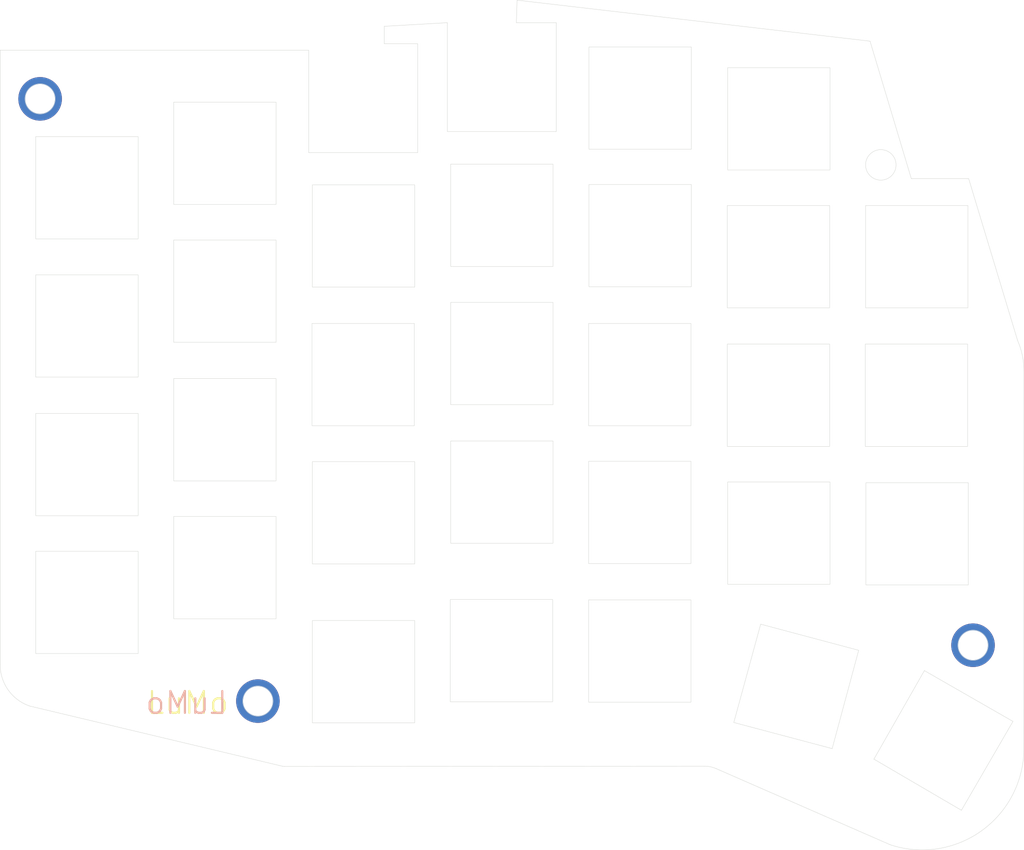
<source format=kicad_pcb>
(kicad_pcb (version 20241229) (generator "pcbnew") (generator_version "9.0")
  (layers (0 "F.Cu" signal) (2 "B.Cu" signal) (13 "F.Paste" user) (15 "B.Paste" user) (5 "F.SilkS" user "F.Silkscreen") (7 "B.SilkS" user "B.Silkscreen") (1 "F.Mask" user) (3 "B.Mask" user) (25 "Edge.Cuts" user))
  (net 0 "")
  (net 1 "GND")
  (footprint "PCM_SL_Mechanical:MountingHole_3.2mm_Pad" (layer "F.Cu") (at 170 125.3)
    (property "Reference" "H3" (hide yes))
    (property "Value" "MountingHole_M3_3.2mm_Pad" (hide yes))
    (pad "1" thru_hole circle (at 0 0) (size 6 6) (drill 4.1) (layers "*.Cu" "*.Mask"))
  )
  (footprint "PCM_SL_Mechanical:MountingHole_3.2mm_Pad" (layer "F.Cu") (at 41.5 50)
    (property "Reference" "H1" (hide yes))
    (property "Value" "MountingHole_M3_3.2mm_Pad" (hide yes))
    (pad "1" thru_hole circle (at 0 0) (size 6 6) (drill 4.1) (layers "*.Cu" "*.Mask") (net 1 "GND"))
  )
  (footprint "PCM_SL_Mechanical:MountingHole_3.2mm_Pad" (layer "F.Cu") (at 71.5 133)
    (property "Reference" "H4" (hide yes))
    (property "Value" "MountingHole_M3_3.2mm_Pad" (hide yes))
    (pad "1" thru_hole circle (at 0 0) (size 6 6) (drill 4.1) (layers "*.Cu" "*.Mask"))
  )
  (gr_arc (start 176.143433 83.316198) (mid 176.792492 85.363506) (end 177.011898 87.5) (stroke (width 0.05)) (layer "Edge.Cuts"))
  (gr_rect (start 40.9 74.25) (end 55 88.35) (stroke (width 0.05)) (fill no) (layer "Edge.Cuts"))
  (gr_rect (start 79 100) (end 93.1 114.1) (stroke (width 0.05)) (fill no) (layer "Edge.Cuts"))
  (gr_arc (start 75.165746 142.011018) (mid 75.005699 141.994453) (end 74.846442 141.971505) (stroke (width 0.05)) (layer "Edge.Cuts"))
  (gr_line (start 168.4 148.05) (end 156.35 141) (stroke (width 0.05)) (layer "Edge.Cuts"))
  (gr_line (start 112.6 54.5) (end 112.6 39.5) (stroke (width 0.05)) (layer "Edge.Cuts"))
  (gr_rect (start 40.9 93.35) (end 55 107.45) (stroke (width 0.05)) (fill no) (layer "Edge.Cuts"))
  (gr_rect (start 78.95 80.95) (end 93.05 95.05) (stroke (width 0.05)) (fill no) (layer "Edge.Cuts"))
  (gr_line (start 175.5 135.8) (end 168.4 148.05) (stroke (width 0.05)) (layer "Edge.Cuts"))
  (gr_line (start 176.143433 83.316201) (end 169.4 61) (stroke (width 0.05)) (layer "Edge.Cuts"))
  (gr_rect (start 155.15 83.8) (end 169.25 97.9) (stroke (width 0.05)) (fill no) (layer "Edge.Cuts"))
  (gr_rect (start 59.9 107.55) (end 74 121.65) (stroke (width 0.05)) (fill no) (layer "Edge.Cuts"))
  (gr_rect (start 98.05 78.05) (end 112.15 92.15) (stroke (width 0.05)) (fill no) (layer "Edge.Cuts"))
  (gr_line (start 155.814666 42.048887) (end 107.200002 36.4) (stroke (width 0.05)) (layer "Edge.Cuts"))
  (gr_line (start 156.35 141) (end 163.3 128.8) (stroke (width 0.05)) (layer "Edge.Cuts"))
  (gr_rect (start 136.2 102.8) (end 150.3 116.9) (stroke (width 0.05)) (fill no) (layer "Edge.Cuts"))
  (gr_rect (start 40.9 55.2) (end 55 69.3) (stroke (width 0.05)) (fill no) (layer "Edge.Cuts"))
  (gr_rect (start 155.25 102.9) (end 169.35 117) (stroke (width 0.05)) (fill no) (layer "Edge.Cuts"))
  (gr_rect (start 79 121.9) (end 93.1 136) (stroke (width 0.05)) (fill no) (layer "Edge.Cuts"))
  (gr_rect (start 136.15 83.8) (end 150.25 97.9) (stroke (width 0.05)) (fill no) (layer "Edge.Cuts"))
  (gr_line (start 88.9 40) (end 97.6 39.5) (stroke (width 0.05)) (layer "Edge.Cuts"))
  (gr_line (start 93.5 42.4) (end 88.9 42.4) (stroke (width 0.05)) (layer "Edge.Cuts"))
  (gr_rect (start 117.05 80.95) (end 131.15 95.05) (stroke (width 0.05)) (fill no) (layer "Edge.Cuts"))
  (gr_rect (start 117.05 119.05) (end 131.15 133.15) (stroke (width 0.05)) (fill no) (layer "Edge.Cuts"))
  (gr_rect (start 117.1 61.8) (end 131.2 75.9) (stroke (width 0.05)) (fill no) (layer "Edge.Cuts"))
  (gr_line (start 134.598361 142.299291) (end 158.569992 152.790034) (stroke (width 0.05)) (layer "Edge.Cuts"))
  (gr_line (start 150.6 139.55) (end 137.05 135.95) (stroke (width 0.05)) (layer "Edge.Cuts"))
  (gr_line (start 137.05 135.95) (end 140.75 122.4) (stroke (width 0.05)) (layer "Edge.Cuts"))
  (gr_line (start 177 140) (end 177.011898 87.5) (stroke (width 0.05)) (layer "Edge.Cuts"))
  (gr_rect (start 117.05 99.95) (end 131.15 114.05) (stroke (width 0.05)) (fill no) (layer "Edge.Cuts"))
  (gr_line (start 97.6 39.5) (end 97.6 54.5) (stroke (width 0.05)) (layer "Edge.Cuts"))
  (gr_line (start 88.9 42.4) (end 88.9 40) (stroke (width 0.05)) (layer "Edge.Cuts"))
  (gr_circle (center 157.299999 59.1) (end 159.399999 59.097502) (stroke (width 0.05)) (fill no) (layer "Edge.Cuts"))
  (gr_line (start 75.16575 142.011018) (end 133 141.968871) (stroke (width 0.05)) (layer "Edge.Cuts"))
  (gr_line (start 161.5 61) (end 169.4 61) (stroke (width 0.05)) (layer "Edge.Cuts"))
  (gr_circle (center 41.5 50.002498) (end 43.6 50) (stroke (width 0.05)) (fill no) (layer "Edge.Cuts"))
  (gr_line (start 78.5 57.4) (end 93.5 57.4) (stroke (width 0.05)) (layer "Edge.Cuts"))
  (gr_line (start 154.25 126) (end 150.6 139.55) (stroke (width 0.05)) (layer "Edge.Cuts"))
  (gr_circle (center 71.499999 133) (end 73.599999 132.997502) (stroke (width 0.05)) (fill no) (layer "Edge.Cuts"))
  (gr_line (start 161.5 61) (end 155.814666 42.048887) (stroke (width 0.05)) (layer "Edge.Cuts"))
  (gr_rect (start 79 61.85) (end 93.1 75.95) (stroke (width 0.05)) (fill no) (layer "Edge.Cuts"))
  (gr_rect (start 98.05 97.15) (end 112.15 111.25) (stroke (width 0.05)) (fill no) (layer "Edge.Cuts"))
  (gr_line (start 36 43.3) (end 36 128) (stroke (width 0.05)) (layer "Edge.Cuts"))
  (gr_line (start 97.6 54.5) (end 112.6 54.5) (stroke (width 0.05)) (layer "Edge.Cuts"))
  (gr_line (start 74.846442 141.971508) (end 40.102635 133.6921) (stroke (width 0.05)) (layer "Edge.Cuts"))
  (gr_rect (start 98.05 59) (end 112.15 73.1) (stroke (width 0.05)) (fill no) (layer "Edge.Cuts"))
  (gr_line (start 36 43.3) (end 78.5 43.3) (stroke (width 0.05)) (layer "Edge.Cuts"))
  (gr_arc (start 177 140) (mid 170.987015 151.009022) (end 158.569989 152.790034) (stroke (width 0.05)) (layer "Edge.Cuts"))
  (gr_line (start 93.5 57.4) (end 93.5 42.4) (stroke (width 0.05)) (layer "Edge.Cuts"))
  (gr_rect (start 59.9 69.45) (end 74 83.55) (stroke (width 0.05)) (fill no) (layer "Edge.Cuts"))
  (gr_line (start 163.3 128.8) (end 175.5 135.8) (stroke (width 0.05)) (layer "Edge.Cuts"))
  (gr_circle (center 169.999999 125.3) (end 172.099999 125.297502) (stroke (width 0.05)) (fill no) (layer "Edge.Cuts"))
  (gr_arc (start 40.102633 133.6921) (mid 37.132547 131.508262) (end 36 128) (stroke (width 0.05)) (layer "Edge.Cuts"))
  (gr_rect (start 59.9 88.55) (end 74 102.65) (stroke (width 0.05)) (fill no) (layer "Edge.Cuts"))
  (gr_rect (start 40.9 112.35) (end 55 126.45) (stroke (width 0.05)) (fill no) (layer "Edge.Cuts"))
  (gr_rect (start 136.15 64.7) (end 150.25 78.8) (stroke (width 0.05)) (fill no) (layer "Edge.Cuts"))
  (gr_rect (start 155.2 64.7) (end 169.3 78.8) (stroke (width 0.05)) (fill no) (layer "Edge.Cuts"))
  (gr_arc (start 133 141.968871) (mid 133.816078 142.05234) (end 134.598361 142.299291) (stroke (width 0.05)) (layer "Edge.Cuts"))
  (gr_line (start 107.1 39.5) (end 107.200002 36.4) (stroke (width 0.05)) (layer "Edge.Cuts"))
  (gr_line (start 112.6 39.5) (end 107.1 39.5) (stroke (width 0.05)) (layer "Edge.Cuts"))
  (gr_rect (start 59.9 50.45) (end 74 64.55) (stroke (width 0.05)) (fill no) (layer "Edge.Cuts"))
  (gr_rect (start 98 119) (end 112.1 133.1) (stroke (width 0.05)) (fill no) (layer "Edge.Cuts"))
  (gr_line (start 140.75 122.4) (end 154.25 126) (stroke (width 0.05)) (layer "Edge.Cuts"))
  (gr_line (start 78.5 43.3) (end 78.5 57.4) (stroke (width 0.05)) (layer "Edge.Cuts"))
  (gr_rect (start 136.2 45.7) (end 150.3 59.8) (stroke (width 0.05)) (fill no) (layer "Edge.Cuts"))
  (gr_rect (start 117.1 42.85) (end 131.2 56.95) (stroke (width 0.05)) (fill no) (layer "Edge.Cuts"))
  (gr_text "LuMo" (at 56 135 0) (layer "F.SilkS") (effects (font (size 3 3) (thickness 0.3) (bold yes)) (justify left bottom)))
  (gr_text "LuMo" (at 67.5 135 0) (layer "B.SilkS") (effects (font (size 3 3) (thickness 0.3) (bold yes)) (justify left bottom mirror)))
)
</source>
